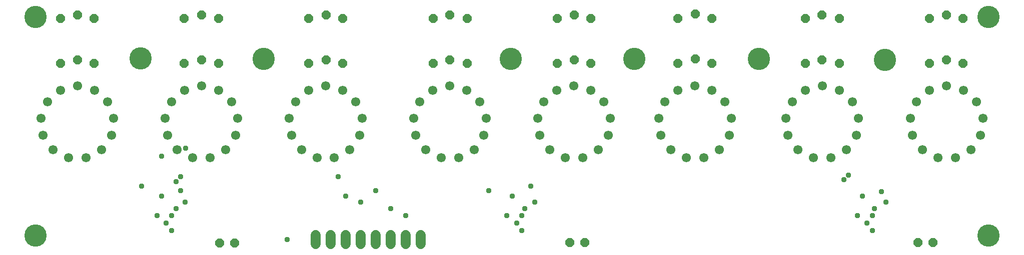
<source format=gbr>
G04 EAGLE Gerber RS-274X export*
G75*
%MOMM*%
%FSLAX34Y34*%
%LPD*%
%INSoldermask Bottom*%
%IPPOS*%
%AMOC8*
5,1,8,0,0,1.08239X$1,22.5*%
G01*
%ADD10C,3.784600*%
%ADD11P,1.649562X8X22.500000*%
%ADD12C,1.727200*%
%ADD13C,1.551200*%
%ADD14P,1.649562X8X112.500000*%
%ADD15C,0.959600*%


D10*
X31750Y31750D03*
X31750Y402590D03*
X1644650Y402590D03*
X1644650Y31750D03*
X209550Y332740D03*
X417830Y331470D03*
X1045210Y331470D03*
X835660Y331470D03*
X1256030Y331470D03*
X1469390Y330200D03*
D11*
X342900Y19050D03*
X368300Y19050D03*
X935990Y20320D03*
X961390Y20320D03*
X1525270Y20320D03*
X1550670Y20320D03*
D12*
X683260Y17780D02*
X683260Y33020D01*
X657860Y33020D02*
X657860Y17780D01*
X632460Y17780D02*
X632460Y33020D01*
X607060Y33020D02*
X607060Y17780D01*
X581660Y17780D02*
X581660Y33020D01*
X556260Y33020D02*
X556260Y17780D01*
X530860Y17780D02*
X530860Y33020D01*
X505460Y33020D02*
X505460Y17780D01*
D13*
X102616Y285673D03*
X73850Y278583D03*
X51674Y258937D03*
X41168Y231235D03*
X44739Y201824D03*
X61569Y177442D03*
X87803Y163673D03*
X117429Y163673D03*
X143663Y177442D03*
X160493Y201824D03*
X164064Y231235D03*
X153558Y258937D03*
X131382Y278583D03*
X312674Y285673D03*
X283908Y278583D03*
X261732Y258937D03*
X251226Y231235D03*
X254797Y201824D03*
X271627Y177442D03*
X297861Y163673D03*
X327487Y163673D03*
X353721Y177442D03*
X370551Y201824D03*
X374122Y231235D03*
X363616Y258937D03*
X341440Y278583D03*
X522732Y285673D03*
X493966Y278583D03*
X471790Y258937D03*
X461284Y231235D03*
X464855Y201824D03*
X481685Y177442D03*
X507919Y163673D03*
X537545Y163673D03*
X563779Y177442D03*
X580609Y201824D03*
X584180Y231235D03*
X573674Y258937D03*
X551498Y278583D03*
X732790Y285673D03*
X704024Y278583D03*
X681848Y258937D03*
X671342Y231235D03*
X674913Y201824D03*
X691743Y177442D03*
X717977Y163673D03*
X747603Y163673D03*
X773837Y177442D03*
X790667Y201824D03*
X794238Y231235D03*
X783732Y258937D03*
X761556Y278583D03*
X942848Y285673D03*
X914082Y278583D03*
X891906Y258937D03*
X881400Y231235D03*
X884971Y201824D03*
X901801Y177442D03*
X928035Y163673D03*
X957661Y163673D03*
X983895Y177442D03*
X1000725Y201824D03*
X1004296Y231235D03*
X993790Y258937D03*
X971614Y278583D03*
X1147826Y285673D03*
X1119060Y278583D03*
X1096884Y258937D03*
X1086378Y231235D03*
X1089949Y201824D03*
X1106779Y177442D03*
X1133013Y163673D03*
X1162639Y163673D03*
X1188873Y177442D03*
X1205703Y201824D03*
X1209274Y231235D03*
X1198768Y258937D03*
X1176592Y278583D03*
X1363218Y285673D03*
X1334452Y278583D03*
X1312276Y258937D03*
X1301770Y231235D03*
X1305341Y201824D03*
X1322171Y177442D03*
X1348405Y163673D03*
X1378031Y163673D03*
X1404265Y177442D03*
X1421095Y201824D03*
X1424666Y231235D03*
X1414160Y258937D03*
X1391984Y278583D03*
X1573530Y285673D03*
X1544764Y278583D03*
X1522588Y258937D03*
X1512082Y231235D03*
X1515653Y201824D03*
X1532483Y177442D03*
X1558717Y163673D03*
X1588343Y163673D03*
X1614577Y177442D03*
X1631407Y201824D03*
X1634978Y231235D03*
X1624472Y258937D03*
X1602296Y278583D03*
D14*
X102870Y330200D03*
X102870Y406400D03*
X130810Y323850D03*
X130810Y400050D03*
X283210Y323850D03*
X283210Y400050D03*
X341630Y323850D03*
X341630Y400050D03*
X494030Y323850D03*
X494030Y400050D03*
X551180Y323850D03*
X551180Y400050D03*
X704850Y323850D03*
X704850Y400050D03*
X762000Y323850D03*
X762000Y400050D03*
X914400Y323850D03*
X914400Y400050D03*
X971550Y323850D03*
X971550Y400050D03*
X1118870Y323850D03*
X1118870Y400050D03*
X312420Y330200D03*
X312420Y406400D03*
X1176020Y323850D03*
X1176020Y400050D03*
X1334770Y323850D03*
X1334770Y400050D03*
X1391920Y323850D03*
X1391920Y400050D03*
X1544320Y323850D03*
X1544320Y400050D03*
X1601470Y323850D03*
X1601470Y400050D03*
X523240Y330200D03*
X523240Y406400D03*
X732790Y330200D03*
X732790Y406400D03*
X943610Y330200D03*
X943610Y406400D03*
X1148080Y331470D03*
X1148080Y407670D03*
X1362710Y330200D03*
X1362710Y406400D03*
X1573530Y330200D03*
X1573530Y406400D03*
X73660Y323850D03*
X73660Y400050D03*
D15*
X252730Y53340D03*
X1438910Y53340D03*
X845820Y53340D03*
X261620Y40640D03*
X854710Y40640D03*
X1447800Y40640D03*
X261620Y66040D03*
X1447800Y66040D03*
X854710Y66040D03*
X237490Y66040D03*
X657860Y66040D03*
X829310Y66040D03*
X1422400Y66040D03*
X269240Y77470D03*
X1451610Y77470D03*
X859790Y77470D03*
X632460Y77470D03*
X276860Y107950D03*
X607060Y107950D03*
X284480Y88900D03*
X1470660Y88900D03*
X876300Y88900D03*
X581660Y88900D03*
X245110Y99060D03*
X1431290Y99060D03*
X838200Y99060D03*
X556260Y99060D03*
X543560Y132080D03*
X457200Y25400D03*
X210820Y115570D03*
X869950Y115570D03*
X798830Y107950D03*
X1463040Y106680D03*
X245110Y166370D03*
X285750Y180340D03*
X269240Y123190D03*
X276860Y132080D03*
X1399540Y127000D03*
X1407160Y134620D03*
M02*

</source>
